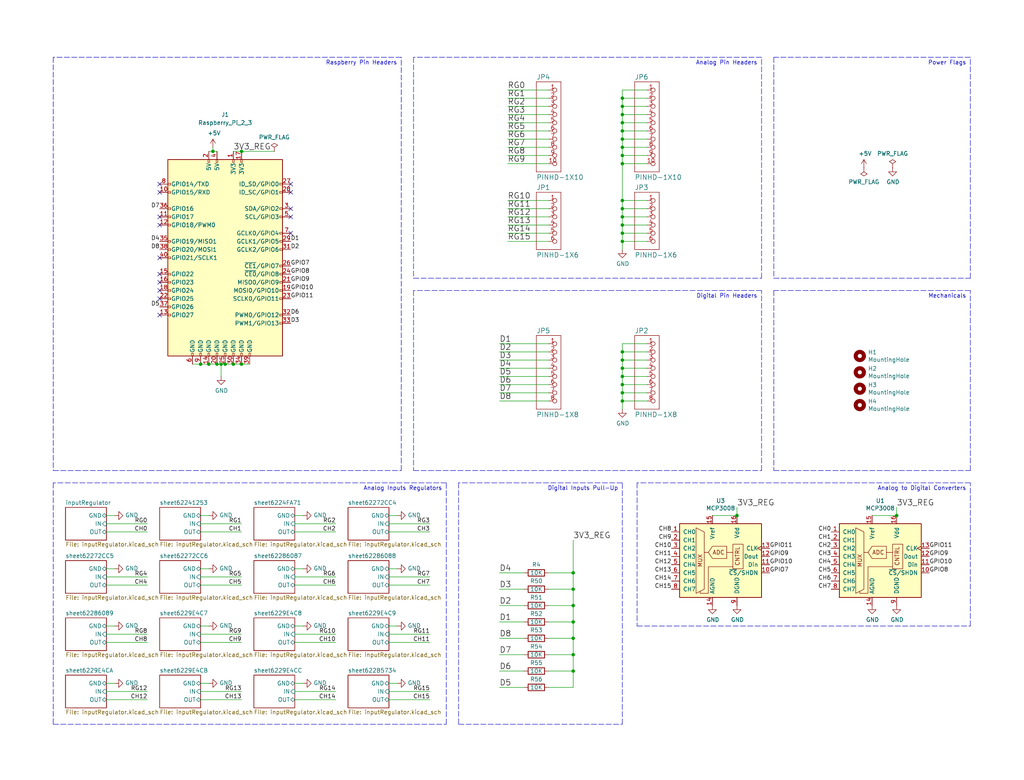
<source format=kicad_sch>
(kicad_sch (version 20230121) (generator eeschema)
  (paper "User" 317.627 242.138)
  (lib_symbols
    (symbol "Modular Shield:MCP3008" (pin_names (offset 1.016))
      (property "Reference" "U1" (at 0 17.2974 0))
      (property "Value" "MCP3008" (at 0 14.986 0))
      (symbol "MCP3008_0_0"
        (text "ADC" (at -0.635 1.27 0) (effects (font (size 1.27 1.27))))
        (text "CNTRL" (at 5.969 -2.921 900) (effects (font (size 1.27 1.27)) (justify left bottom)))
        (text "MUX" (at -6.35 -1.27 900) (effects (font (size 1.27 1.27))))
      )
      (symbol "MCP3008_0_1"
        (rectangle (start -12.7 10.16) (end 12.7 -12.7) (stroke (width 0.254)) (fill (type background)))
        (polyline (pts (xy -3.81 1.27) (xy -5.08 1.27)))
        (polyline (pts (xy 1.905 1.27) (xy 3.81 1.27)))
        (polyline (pts (xy -7.62 8.89) (xy -7.62 -11.43) (xy -5.08 -10.16) (xy -5.08 7.62) (xy -7.62 8.89)))
        (polyline (pts (xy 3.81 -3.175) (xy -3.81 -3.175) (xy -3.81 -11.43) (xy -6.35 -11.43) (xy -6.35 -10.795)))
        (polyline (pts (xy 1.905 3.175) (xy 1.905 -0.635) (xy -2.54 -0.635) (xy -3.81 1.27) (xy -2.54 3.175) (xy 1.905 3.175)))
        (rectangle (start 3.81 -3.81) (end 6.985 3.81))
      )
      (symbol "MCP3008_1_1"
        (pin input line (at -15.24 7.62 0) (length 2.54) (name "CH0") (number "1"))
        (pin input line (at 15.24 -5.08 180) (length 2.54) (name "~{CS}/SHDN") (number "10"))
        (pin input line (at 15.24 -2.54 180) (length 2.54) (name "Din") (number "11"))
        (pin bidirectional line (at 15.24 0 180) (length 2.54) (name "Dout") (number "12"))
        (pin input clock (at 15.24 2.54 180) (length 2.54) (name "CLK") (number "13"))
        (pin power_in line (at -2.54 -15.24 90) (length 2.54) (name "AGND") (number "14"))
        (pin power_in line (at -2.54 12.7 270) (length 2.54) (name "Vref") (number "15"))
        (pin power_in line (at 5.08 12.7 270) (length 2.54) (name "Vdd") (number "16"))
        (pin input line (at -15.24 5.08 0) (length 2.54) (name "CH1") (number "2"))
        (pin input line (at -15.24 2.54 0) (length 2.54) (name "CH2") (number "3"))
        (pin input line (at -15.24 0 0) (length 2.54) (name "CH3") (number "4"))
        (pin input line (at -15.24 -2.54 0) (length 2.54) (name "CH4") (number "5"))
        (pin input line (at -15.24 -5.08 0) (length 2.54) (name "CH5") (number "6"))
        (pin input line (at -15.24 -7.62 0) (length 2.54) (name "CH6") (number "7"))
        (pin input line (at -15.24 -10.16 0) (length 2.54) (name "CH7") (number "8"))
        (pin power_in line (at 5.08 -15.24 90) (length 2.54) (name "DGND") (number "9"))
      )
    )
    (symbol "Modular Shield:MountingHole" (pin_names (offset 1.016)) (in_bom no)
      (property "Reference" "H" (at 0 5.08 0))
      (property "Value" "MountingHole" (at 0 3.175 0))
      (symbol "MountingHole_0_1"
        (circle (center 0 0) (radius 1.27) (stroke (width 1.27)))
      )
    )
    (symbol "Modular Shield:PINHD-1X10" (pin_names (offset 1.016))
      (property "Reference" "JP" (at -6.35 13.335 0))
      (property "Value" "PINHD-1X10" (at -6.35 -17.78 0))
      (symbol "PINHD-1X10_1_0"
        (polyline (pts (xy -6.35 -15.24) (xy 1.27 -15.24)))
        (polyline (pts (xy -6.35 12.7) (xy -6.35 -15.24)))
        (polyline (pts (xy 1.27 -15.24) (xy 1.27 12.7)))
        (polyline (pts (xy 1.27 12.7) (xy -6.35 12.7)))
        (pin passive inverted (at -2.54 10.16 0) (length 2.54) (name "1") (number "1"))
        (pin passive inverted (at -2.54 -12.7 0) (length 2.54) (name "10") (number "10"))
        (pin passive inverted (at -2.54 7.62 0) (length 2.54) (name "2") (number "2"))
        (pin passive inverted (at -2.54 5.08 0) (length 2.54) (name "3") (number "3"))
        (pin passive inverted (at -2.54 2.54 0) (length 2.54) (name "4") (number "4"))
        (pin passive inverted (at -2.54 0 0) (length 2.54) (name "5") (number "5"))
        (pin passive inverted (at -2.54 -2.54 0) (length 2.54) (name "6") (number "6"))
        (pin passive inverted (at -2.54 -5.08 0) (length 2.54) (name "7") (number "7"))
        (pin passive inverted (at -2.54 -7.62 0) (length 2.54) (name "8") (number "8"))
        (pin passive inverted (at -2.54 -10.16 0) (length 2.54) (name "9") (number "9"))
      )
    )
    (symbol "Modular Shield:PINHD-1X6" (pin_names (offset 1.016))
      (property "Reference" "JP" (at -6.35 10.795 0))
      (property "Value" "PINHD-1X6" (at -6.35 -10.16 0))
      (symbol "PINHD-1X6_1_0"
        (polyline (pts (xy -6.35 -7.62) (xy 1.27 -7.62)))
        (polyline (pts (xy -6.35 10.16) (xy -6.35 -7.62)))
        (polyline (pts (xy 1.27 -7.62) (xy 1.27 10.16)))
        (polyline (pts (xy 1.27 10.16) (xy -6.35 10.16)))
        (pin passive inverted (at -2.54 7.62 0) (length 2.54) (name "1") (number "1"))
        (pin passive inverted (at -2.54 5.08 0) (length 2.54) (name "2") (number "2"))
        (pin passive inverted (at -2.54 2.54 0) (length 2.54) (name "3") (number "3"))
        (pin passive inverted (at -2.54 0 0) (length 2.54) (name "4") (number "4"))
        (pin passive inverted (at -2.54 -2.54 0) (length 2.54) (name "5") (number "5"))
        (pin passive inverted (at -2.54 -5.08 0) (length 2.54) (name "6") (number "6"))
      )
    )
    (symbol "Modular Shield:PINHD-1X8" (pin_names (offset 1.016))
      (property "Reference" "JP" (at -6.35 10.795 0))
      (property "Value" "PINHD-1X8" (at -6.35 -15.24 0))
      (symbol "PINHD-1X8_1_0"
        (polyline (pts (xy -6.35 -12.7) (xy 1.27 -12.7)))
        (polyline (pts (xy -6.35 10.16) (xy -6.35 -12.7)))
        (polyline (pts (xy 1.27 -12.7) (xy 1.27 10.16)))
        (polyline (pts (xy 1.27 10.16) (xy -6.35 10.16)))
        (pin passive inverted (at -2.54 7.62 0) (length 2.54) (name "1") (number "1"))
        (pin passive inverted (at -2.54 5.08 0) (length 2.54) (name "2") (number "2"))
        (pin passive inverted (at -2.54 2.54 0) (length 2.54) (name "3") (number "3"))
        (pin passive inverted (at -2.54 0 0) (length 2.54) (name "4") (number "4"))
        (pin passive inverted (at -2.54 -2.54 0) (length 2.54) (name "5") (number "5"))
        (pin passive inverted (at -2.54 -5.08 0) (length 2.54) (name "6") (number "6"))
        (pin passive inverted (at -2.54 -7.62 0) (length 2.54) (name "7") (number "7"))
        (pin passive inverted (at -2.54 -10.16 0) (length 2.54) (name "8") (number "8"))
      )
    )
    (symbol "Modular Shield:R" (pin_numbers hide) (pin_names (offset 0))
      (property "Reference" "R" (at 2.032 0 90))
      (property "Value" "R" (at 0 0 90))
      (symbol "R_0_1"
        (rectangle (start -1.016 -2.54) (end 1.016 2.54) (stroke (width 0.254)))
      )
      (symbol "R_1_1"
        (pin passive line (at 0 3.81 270) (length 1.27) (name "~") (number "1"))
        (pin passive line (at 0 -3.81 90) (length 1.27) (name "~") (number "2"))
      )
    )
    (symbol "Modular Shield:Raspberry_Pi_Header" (pin_names (offset 1.016))
      (property "Reference" "J" (at -17.78 31.75 0))
      (property "Value" "Raspberry_Pi_Header" (at 10.16 -31.75 0))
      (symbol "Raspberry_Pi_Header_0_1"
        (rectangle (start -17.78 30.48) (end 17.78 -30.48) (stroke (width 0.254)) (fill (type background)))
      )
      (symbol "Raspberry_Pi_Header_1_1"
        (rectangle (start -16.891 -17.526) (end -17.78 -18.034))
        (rectangle (start -16.891 -14.986) (end -17.78 -15.494))
        (rectangle (start -16.891 -12.446) (end -17.78 -12.954))
        (rectangle (start -16.891 -9.906) (end -17.78 -10.414))
        (rectangle (start -16.891 -7.366) (end -17.78 -7.874))
        (rectangle (start -16.891 -4.826) (end -17.78 -5.334))
        (rectangle (start -16.891 0.254) (end -17.78 -0.254))
        (rectangle (start -16.891 2.794) (end -17.78 2.286))
        (rectangle (start -16.891 5.334) (end -17.78 4.826))
        (rectangle (start -16.891 10.414) (end -17.78 9.906))
        (rectangle (start -16.891 12.954) (end -17.78 12.446))
        (rectangle (start -16.891 15.494) (end -17.78 14.986))
        (rectangle (start -16.891 20.574) (end -17.78 20.066))
        (rectangle (start -16.891 23.114) (end -17.78 22.606))
        (rectangle (start -10.414 -29.591) (end -9.906 -30.48))
        (rectangle (start -7.874 -29.591) (end -7.366 -30.48))
        (rectangle (start -5.334 -29.591) (end -4.826 -30.48))
        (rectangle (start -5.334 30.48) (end -4.826 29.591))
        (rectangle (start -2.794 -29.591) (end -2.286 -30.48))
        (rectangle (start -2.794 30.48) (end -2.286 29.591))
        (rectangle (start -0.254 -29.591) (end 0.254 -30.48))
        (rectangle (start 2.286 -29.591) (end 2.794 -30.48))
        (rectangle (start 2.286 30.48) (end 2.794 29.591))
        (rectangle (start 4.826 -29.591) (end 5.334 -30.48))
        (rectangle (start 4.826 30.48) (end 5.334 29.591))
        (rectangle (start 7.366 -29.591) (end 7.874 -30.48))
        (rectangle (start 17.78 -20.066) (end 16.891 -20.574))
        (rectangle (start 17.78 -17.526) (end 16.891 -18.034))
        (rectangle (start 17.78 -12.446) (end 16.891 -12.954))
        (rectangle (start 17.78 -9.906) (end 16.891 -10.414))
        (rectangle (start 17.78 -7.366) (end 16.891 -7.874))
        (rectangle (start 17.78 -4.826) (end 16.891 -5.334))
        (rectangle (start 17.78 -2.286) (end 16.891 -2.794))
        (rectangle (start 17.78 2.794) (end 16.891 2.286))
        (rectangle (start 17.78 5.334) (end 16.891 4.826))
        (rectangle (start 17.78 7.874) (end 16.891 7.366))
        (rectangle (start 17.78 12.954) (end 16.891 12.446))
        (rectangle (start 17.78 15.494) (end 16.891 14.986))
        (rectangle (start 17.78 20.574) (end 16.891 20.066))
        (rectangle (start 17.78 23.114) (end 16.891 22.606))
        (pin power_in line (at 2.54 33.02 270) (length 2.54) (name "3V3") (number "1"))
        (pin bidirectional line (at -20.32 20.32 0) (length 2.54) (name "GPIO15/RXD") (number "10"))
        (pin bidirectional line (at -20.32 12.7 0) (length 2.54) (name "GPIO17") (number "11"))
        (pin bidirectional line (at -20.32 10.16 0) (length 2.54) (name "GPIO18/PWM0") (number "12"))
        (pin bidirectional line (at -20.32 -17.78 0) (length 2.54) (name "GPIO27") (number "13"))
        (pin power_in line (at -5.08 -33.02 90) (length 2.54) (name "GND") (number "14"))
        (pin bidirectional line (at -20.32 -5.08 0) (length 2.54) (name "GPIO22") (number "15"))
        (pin bidirectional line (at -20.32 -7.62 0) (length 2.54) (name "GPIO23") (number "16"))
        (pin power_in line (at 5.08 33.02 270) (length 2.54) (name "3V3") (number "17"))
        (pin bidirectional line (at -20.32 -10.16 0) (length 2.54) (name "GPIO24") (number "18"))
        (pin bidirectional line (at 20.32 -10.16 180) (length 2.54) (name "MOSI0/GPIO10") (number "19"))
        (pin power_in line (at -5.08 33.02 270) (length 2.54) (name "5V") (number "2"))
        (pin power_in line (at -2.54 -33.02 90) (length 2.54) (name "GND") (number "20"))
        (pin bidirectional line (at 20.32 -7.62 180) (length 2.54) (name "MISO0/GPIO9") (number "21"))
        (pin bidirectional line (at -20.32 -12.7 0) (length 2.54) (name "GPIO25") (number "22"))
        (pin bidirectional line (at 20.32 -12.7 180) (length 2.54) (name "SCLK0/GPIO11") (number "23"))
        (pin bidirectional line (at 20.32 -5.08 180) (length 2.54) (name "~{CE0}/GPIO8") (number "24"))
        (pin power_in line (at 0 -33.02 90) (length 2.54) (name "GND") (number "25"))
        (pin bidirectional line (at 20.32 -2.54 180) (length 2.54) (name "~{CE1}/GPIO7") (number "26"))
        (pin bidirectional line (at 20.32 22.86 180) (length 2.54) (name "ID_SD/GPIO0") (number "27"))
        (pin bidirectional line (at 20.32 20.32 180) (length 2.54) (name "ID_SC/GPIO1") (number "28"))
        (pin bidirectional line (at 20.32 5.08 180) (length 2.54) (name "GCLK1/GPIO5") (number "29"))
        (pin bidirectional line (at 20.32 15.24 180) (length 2.54) (name "SDA/GPIO2") (number "3"))
        (pin power_in line (at 2.54 -33.02 90) (length 2.54) (name "GND") (number "30"))
        (pin bidirectional line (at 20.32 2.54 180) (length 2.54) (name "GCLK2/GPIO6") (number "31"))
        (pin bidirectional line (at 20.32 -17.78 180) (length 2.54) (name "PWM0/GPIO12") (number "32"))
        (pin bidirectional line (at 20.32 -20.32 180) (length 2.54) (name "PWM1/GPIO13") (number "33"))
        (pin power_in line (at 5.08 -33.02 90) (length 2.54) (name "GND") (number "34"))
        (pin bidirectional line (at -20.32 5.08 0) (length 2.54) (name "GPIO19/MISO1") (number "35"))
        (pin bidirectional line (at -20.32 15.24 0) (length 2.54) (name "GPIO16") (number "36"))
        (pin bidirectional line (at -20.32 -15.24 0) (length 2.54) (name "GPIO26") (number "37"))
        (pin bidirectional line (at -20.32 2.54 0) (length 2.54) (name "GPIO20/MOSI1") (number "38"))
        (pin power_in line (at 7.62 -33.02 90) (length 2.54) (name "GND") (number "39"))
        (pin power_in line (at -2.54 33.02 270) (length 2.54) (name "5V") (number "4"))
        (pin bidirectional line (at -20.32 0 0) (length 2.54) (name "GPIO21/SCLK1") (number "40"))
        (pin bidirectional line (at 20.32 12.7 180) (length 2.54) (name "SCL/GPIO3") (number "5"))
        (pin power_in line (at -10.16 -33.02 90) (length 2.54) (name "GND") (number "6"))
        (pin bidirectional line (at 20.32 7.62 180) (length 2.54) (name "GCLK0/GPIO4") (number "7"))
        (pin bidirectional line (at -20.32 22.86 0) (length 2.54) (name "GPIO14/TXD") (number "8"))
        (pin power_in line (at -7.62 -33.02 90) (length 2.54) (name "GND") (number "9"))
      )
    )
    (symbol "power:+5V" (power) (pin_names (offset 0))
      (property "Value" "+5V" (at 0 3.556 0))
      (symbol "+5V_0_1"
        (polyline (pts (xy -0.762 1.27) (xy 0 2.54)))
        (polyline (pts (xy 0 0) (xy 0 2.54)))
        (polyline (pts (xy 0 2.54) (xy 0.762 1.27)))
      )
      (symbol "+5V_1_1"
        (pin power_in line (at 0 0 90) (length 0) hide (name "+5V") (number "1"))
      )
    )
    (symbol "power:GND" (power) (pin_names (offset 0))
      (property "Value" "GND" (at 0 -3.81 0))
      (symbol "GND_0_1"
        (polyline (pts (xy 0 0) (xy 0 -1.27) (xy 1.27 -1.27) (xy 0 -2.54) (xy -1.27 -1.27) (xy 0 -1.27)))
      )
      (symbol "GND_1_1"
        (pin power_in line (at 0 0 270) (length 0) hide (name "GND") (number "1"))
      )
    )
    (symbol "power:PWR_FLAG" (power) (pin_numbers hide) (pin_names (offset 0) hide)
      (property "Value" "PWR_FLAG" (at 0 3.81 0))
      (symbol "PWR_FLAG_0_0"
        (pin power_out line (at 0 0 90) (length 0) (name "pwr") (number "1"))
      )
      (symbol "PWR_FLAG_0_1"
        (polyline (pts (xy 0 0) (xy 0 1.27) (xy -1.016 1.905) (xy 0 2.54) (xy 1.016 1.905) (xy 0 1.27)))
      )
    )
  )
  (junction (at 69.85 113.03))
  (junction (at 74.93 46.99))
  (junction (at 62.23 113.03))
  (junction (at 193.04 74.93))
  (junction (at 64.77 113.03))
  (junction (at 193.04 72.39))
  (junction (at 67.31 113.03))
  (junction (at 193.04 35.56))
  (junction (at 193.04 67.31))
  (junction (at 193.04 30.48))
  (junction (at 193.04 69.85))
  (junction (at 193.04 40.64))
  (junction (at 66.04 46.99))
  (junction (at 72.39 113.03))
  (junction (at 177.8 193.04))
  (junction (at 193.04 109.22))
  (junction (at 68.58 113.03))
  (junction (at 74.93 113.03))
  (junction (at 228.6 160.02))
  (junction (at 177.8 177.8))
  (junction (at 193.04 111.76))
  (junction (at 193.04 43.18))
  (junction (at 177.8 187.96))
  (junction (at 177.8 203.2))
  (junction (at 177.8 208.28))
  (junction (at 193.04 38.1))
  (junction (at 193.04 64.77))
  (junction (at 193.04 48.26))
  (junction (at 278.13 160.02))
  (junction (at 177.8 198.12))
  (junction (at 193.04 119.38))
  (junction (at 193.04 121.92))
  (junction (at 193.04 124.46))
  (junction (at 193.04 33.02))
  (junction (at 193.04 45.72))
  (junction (at 193.04 114.3))
  (junction (at 193.04 62.23))
  (junction (at 193.04 50.8))
  (junction (at 177.8 182.88))
  (junction (at 193.04 116.84))
  (no_connect (at 90.17 59.69))
  (no_connect (at 49.53 67.31))
  (no_connect (at 90.17 72.39))
  (no_connect (at 49.53 90.17))
  (no_connect (at 49.53 85.09))
  (no_connect (at 49.53 92.71))
  (no_connect (at 90.17 64.77))
  (no_connect (at 49.53 80.01))
  (no_connect (at 49.53 87.63))
  (no_connect (at 49.53 97.79))
  (no_connect (at 49.53 69.85))
  (no_connect (at 90.17 67.31))
  (no_connect (at 49.53 59.69))
  (no_connect (at 49.53 57.15))
  (no_connect (at 90.17 57.15))
  (wire (pts (xy 170.18 45.72) (xy 157.48 45.72)))
  (wire (pts (xy 67.31 113.03) (xy 64.77 113.03)))
  (wire (pts (xy 170.18 109.22) (xy 154.94 109.22)))
  (wire (pts (xy 200.66 69.85) (xy 193.04 69.85)))
  (polyline (pts (xy 240.03 146.05) (xy 300.99 146.05)) (stroke (width 0) (type dash)))
  (polyline (pts (xy 197.612 194.31) (xy 300.99 194.31)) (stroke (width 0) (type dash)))
  (polyline (pts (xy 128.27 86.36) (xy 236.22 86.36)) (stroke (width 0) (type dash)))
  (wire (pts (xy 193.04 106.68) (xy 193.04 109.22)))
  (wire (pts (xy 200.66 114.3) (xy 193.04 114.3)))
  (wire (pts (xy 91.44 217.17) (xy 104.14 217.17)))
  (wire (pts (xy 66.04 46.99) (xy 67.31 46.99)))
  (wire (pts (xy 193.04 72.39) (xy 193.04 69.85)))
  (wire (pts (xy 162.56 208.28) (xy 154.94 208.28)))
  (wire (pts (xy 162.56 182.88) (xy 154.94 182.88)))
  (wire (pts (xy 200.66 27.94) (xy 193.04 27.94)))
  (wire (pts (xy 193.04 116.84) (xy 193.04 119.38)))
  (polyline (pts (xy 240.03 17.78) (xy 240.03 86.36)) (stroke (width 0) (type dash)))
  (wire (pts (xy 193.04 67.31) (xy 193.04 64.77)))
  (wire (pts (xy 193.04 43.18) (xy 193.04 40.64)))
  (wire (pts (xy 177.8 198.12) (xy 177.8 203.2)))
  (wire (pts (xy 170.18 35.56) (xy 157.48 35.56)))
  (wire (pts (xy 120.65 165.1) (xy 133.35 165.1)))
  (wire (pts (xy 170.18 69.85) (xy 157.48 69.85)))
  (wire (pts (xy 170.18 38.1) (xy 157.48 38.1)))
  (wire (pts (xy 120.65 217.17) (xy 133.35 217.17)))
  (polyline (pts (xy 124.46 146.05) (xy 124.46 17.78)) (stroke (width 0) (type dash)))
  (wire (pts (xy 177.8 182.88) (xy 177.8 187.96)))
  (polyline (pts (xy 197.612 149.86) (xy 197.612 194.31)) (stroke (width 0) (type dash)))
  (wire (pts (xy 200.66 30.48) (xy 193.04 30.48)))
  (wire (pts (xy 33.02 162.56) (xy 45.72 162.56)))
  (wire (pts (xy 162.56 177.8) (xy 154.94 177.8)))
  (polyline (pts (xy 300.99 149.86) (xy 197.612 149.86)) (stroke (width 0) (type dash)))
  (wire (pts (xy 200.66 45.72) (xy 193.04 45.72)))
  (wire (pts (xy 170.18 203.2) (xy 177.8 203.2)))
  (wire (pts (xy 93.98 176.53) (xy 91.44 176.53)))
  (polyline (pts (xy 236.22 90.17) (xy 128.27 90.17)) (stroke (width 0) (type dash)))
  (polyline (pts (xy 128.27 17.78) (xy 128.27 86.36)) (stroke (width 0) (type dash)))
  (wire (pts (xy 120.65 179.07) (xy 133.35 179.07)))
  (wire (pts (xy 33.02 199.39) (xy 45.72 199.39)))
  (wire (pts (xy 64.77 160.02) (xy 62.23 160.02)))
  (wire (pts (xy 72.39 113.03) (xy 69.85 113.03)))
  (wire (pts (xy 62.23 196.85) (xy 74.93 196.85)))
  (wire (pts (xy 72.39 46.99) (xy 74.93 46.99)))
  (wire (pts (xy 193.04 124.46) (xy 193.04 127)))
  (polyline (pts (xy 16.51 149.86) (xy 16.51 224.79)) (stroke (width 0) (type dash)))
  (wire (pts (xy 123.19 212.09) (xy 120.65 212.09)))
  (polyline (pts (xy 16.51 17.78) (xy 16.51 146.05)) (stroke (width 0) (type dash)))
  (wire (pts (xy 193.04 114.3) (xy 193.04 116.84)))
  (wire (pts (xy 200.66 40.64) (xy 193.04 40.64)))
  (polyline (pts (xy 142.24 149.86) (xy 142.24 224.79)) (stroke (width 0) (type dash)))
  (wire (pts (xy 200.66 50.8) (xy 193.04 50.8)))
  (wire (pts (xy 64.77 212.09) (xy 62.23 212.09)))
  (wire (pts (xy 200.66 74.93) (xy 193.04 74.93)))
  (wire (pts (xy 162.56 203.2) (xy 154.94 203.2)))
  (wire (pts (xy 170.18 177.8) (xy 177.8 177.8)))
  (wire (pts (xy 200.66 38.1) (xy 193.04 38.1)))
  (wire (pts (xy 177.8 203.2) (xy 177.8 208.28)))
  (wire (pts (xy 193.04 74.93) (xy 193.04 72.39)))
  (wire (pts (xy 170.18 114.3) (xy 154.94 114.3)))
  (wire (pts (xy 33.02 181.61) (xy 45.72 181.61)))
  (wire (pts (xy 200.66 64.77) (xy 193.04 64.77)))
  (wire (pts (xy 200.66 116.84) (xy 193.04 116.84)))
  (polyline (pts (xy 138.43 224.79) (xy 138.43 149.86)) (stroke (width 0) (type dash)))
  (wire (pts (xy 64.77 113.03) (xy 62.23 113.03)))
  (wire (pts (xy 170.18 33.02) (xy 157.48 33.02)))
  (wire (pts (xy 120.65 162.56) (xy 133.35 162.56)))
  (wire (pts (xy 193.04 45.72) (xy 193.04 43.18)))
  (wire (pts (xy 123.19 194.31) (xy 120.65 194.31)))
  (wire (pts (xy 170.18 187.96) (xy 177.8 187.96)))
  (wire (pts (xy 170.18 74.93) (xy 157.48 74.93)))
  (wire (pts (xy 278.13 160.02) (xy 278.13 157.48)))
  (wire (pts (xy 193.04 69.85) (xy 193.04 67.31)))
  (polyline (pts (xy 300.99 146.05) (xy 300.99 90.17)) (stroke (width 0) (type dash)))
  (wire (pts (xy 91.44 181.61) (xy 104.14 181.61)))
  (wire (pts (xy 193.04 35.56) (xy 193.04 33.02)))
  (polyline (pts (xy 193.04 224.79) (xy 193.04 149.86)) (stroke (width 0) (type dash)))
  (wire (pts (xy 170.18 121.92) (xy 154.94 121.92)))
  (polyline (pts (xy 300.99 86.36) (xy 300.99 17.78)) (stroke (width 0) (type dash)))
  (wire (pts (xy 193.04 64.77) (xy 193.04 62.23)))
  (polyline (pts (xy 193.04 149.86) (xy 142.24 149.86)) (stroke (width 0) (type dash)))
  (wire (pts (xy 69.85 113.03) (xy 68.58 113.03)))
  (wire (pts (xy 193.04 50.8) (xy 193.04 62.23)))
  (wire (pts (xy 170.18 208.28) (xy 177.8 208.28)))
  (polyline (pts (xy 300.99 90.17) (xy 240.03 90.17)) (stroke (width 0) (type dash)))
  (wire (pts (xy 177.8 208.28) (xy 177.8 213.36)))
  (polyline (pts (xy 236.22 146.05) (xy 236.22 90.17)) (stroke (width 0) (type dash)))
  (polyline (pts (xy 138.43 149.86) (xy 16.51 149.86)) (stroke (width 0) (type dash)))
  (polyline (pts (xy 16.51 146.05) (xy 124.46 146.05)) (stroke (width 0) (type dash)))
  (wire (pts (xy 62.23 181.61) (xy 74.93 181.61)))
  (polyline (pts (xy 16.51 224.79) (xy 138.43 224.79)) (stroke (width 0) (type dash)))
  (wire (pts (xy 170.18 43.18) (xy 157.48 43.18)))
  (wire (pts (xy 170.18 198.12) (xy 177.8 198.12)))
  (wire (pts (xy 177.8 187.96) (xy 177.8 193.04)))
  (wire (pts (xy 33.02 214.63) (xy 45.72 214.63)))
  (wire (pts (xy 200.66 35.56) (xy 193.04 35.56)))
  (wire (pts (xy 93.98 160.02) (xy 91.44 160.02)))
  (wire (pts (xy 170.18 106.68) (xy 154.94 106.68)))
  (wire (pts (xy 35.56 194.31) (xy 33.02 194.31)))
  (wire (pts (xy 62.23 179.07) (xy 74.93 179.07)))
  (wire (pts (xy 193.04 30.48) (xy 193.04 27.94)))
  (wire (pts (xy 35.56 160.02) (xy 33.02 160.02)))
  (wire (pts (xy 170.18 116.84) (xy 154.94 116.84)))
  (wire (pts (xy 123.19 176.53) (xy 120.65 176.53)))
  (wire (pts (xy 162.56 213.36) (xy 154.94 213.36)))
  (wire (pts (xy 193.04 33.02) (xy 193.04 30.48)))
  (wire (pts (xy 66.04 45.72) (xy 66.04 46.99)))
  (wire (pts (xy 170.18 64.77) (xy 157.48 64.77)))
  (wire (pts (xy 170.18 48.26) (xy 157.48 48.26)))
  (wire (pts (xy 200.66 124.46) (xy 193.04 124.46)))
  (wire (pts (xy 170.18 124.46) (xy 154.94 124.46)))
  (wire (pts (xy 200.66 33.02) (xy 193.04 33.02)))
  (wire (pts (xy 170.18 72.39) (xy 157.48 72.39)))
  (wire (pts (xy 162.56 193.04) (xy 154.94 193.04)))
  (polyline (pts (xy 128.27 146.05) (xy 236.22 146.05)) (stroke (width 0) (type dash)))
  (wire (pts (xy 170.18 182.88) (xy 177.8 182.88)))
  (wire (pts (xy 162.56 187.96) (xy 154.94 187.96)))
  (wire (pts (xy 177.8 177.8) (xy 177.8 167.64)))
  (wire (pts (xy 93.98 212.09) (xy 91.44 212.09)))
  (wire (pts (xy 91.44 214.63) (xy 104.14 214.63)))
  (wire (pts (xy 193.04 121.92) (xy 193.04 124.46)))
  (wire (pts (xy 62.23 217.17) (xy 74.93 217.17)))
  (wire (pts (xy 123.19 160.02) (xy 120.65 160.02)))
  (wire (pts (xy 193.04 38.1) (xy 193.04 35.56)))
  (wire (pts (xy 170.18 27.94) (xy 157.48 27.94)))
  (wire (pts (xy 177.8 213.36) (xy 170.18 213.36)))
  (polyline (pts (xy 240.03 90.17) (xy 240.03 146.05)) (stroke (width 0) (type dash)))
  (wire (pts (xy 170.18 50.8) (xy 157.48 50.8)))
  (wire (pts (xy 33.02 179.07) (xy 45.72 179.07)))
  (wire (pts (xy 74.93 113.03) (xy 72.39 113.03)))
  (wire (pts (xy 91.44 162.56) (xy 104.14 162.56)))
  (wire (pts (xy 200.66 121.92) (xy 193.04 121.92)))
  (wire (pts (xy 270.51 160.02) (xy 278.13 160.02)))
  (wire (pts (xy 200.66 119.38) (xy 193.04 119.38)))
  (wire (pts (xy 91.44 179.07) (xy 104.14 179.07)))
  (wire (pts (xy 170.18 193.04) (xy 177.8 193.04)))
  (polyline (pts (xy 124.46 17.78) (xy 16.51 17.78)) (stroke (width 0) (type dash)))
  (wire (pts (xy 35.56 176.53) (xy 33.02 176.53)))
  (wire (pts (xy 68.58 113.03) (xy 67.31 113.03)))
  (wire (pts (xy 170.18 119.38) (xy 154.94 119.38)))
  (wire (pts (xy 91.44 196.85) (xy 104.14 196.85)))
  (wire (pts (xy 220.98 160.02) (xy 228.6 160.02)))
  (wire (pts (xy 193.04 48.26) (xy 193.04 45.72)))
  (polyline (pts (xy 300.99 17.78) (xy 240.03 17.78)) (stroke (width 0) (type dash)))
  (wire (pts (xy 177.8 193.04) (xy 177.8 198.12)))
  (wire (pts (xy 91.44 165.1) (xy 104.14 165.1)))
  (polyline (pts (xy 236.22 86.36) (xy 236.22 17.78)) (stroke (width 0) (type dash)))
  (wire (pts (xy 68.58 116.84) (xy 68.58 113.03)))
  (wire (pts (xy 35.56 212.09) (xy 33.02 212.09)))
  (wire (pts (xy 64.77 194.31) (xy 62.23 194.31)))
  (wire (pts (xy 193.04 74.93) (xy 193.04 77.47)))
  (wire (pts (xy 193.04 111.76) (xy 193.04 114.3)))
  (wire (pts (xy 62.23 214.63) (xy 74.93 214.63)))
  (wire (pts (xy 177.8 177.8) (xy 177.8 182.88)))
  (wire (pts (xy 62.23 162.56) (xy 74.93 162.56)))
  (wire (pts (xy 170.18 67.31) (xy 157.48 67.31)))
  (wire (pts (xy 200.66 67.31) (xy 193.04 67.31)))
  (wire (pts (xy 120.65 196.85) (xy 133.35 196.85)))
  (wire (pts (xy 170.18 62.23) (xy 157.48 62.23)))
  (wire (pts (xy 62.23 199.39) (xy 74.93 199.39)))
  (wire (pts (xy 200.66 72.39) (xy 193.04 72.39)))
  (wire (pts (xy 193.04 119.38) (xy 193.04 121.92)))
  (wire (pts (xy 64.77 176.53) (xy 62.23 176.53)))
  (wire (pts (xy 93.98 194.31) (xy 91.44 194.31)))
  (wire (pts (xy 62.23 113.03) (xy 59.69 113.03)))
  (wire (pts (xy 62.23 165.1) (xy 74.93 165.1)))
  (wire (pts (xy 200.66 62.23) (xy 193.04 62.23)))
  (wire (pts (xy 77.47 113.03) (xy 74.93 113.03)))
  (wire (pts (xy 120.65 181.61) (xy 133.35 181.61)))
  (wire (pts (xy 200.66 111.76) (xy 193.04 111.76)))
  (wire (pts (xy 33.02 217.17) (xy 45.72 217.17)))
  (wire (pts (xy 200.66 48.26) (xy 193.04 48.26)))
  (wire (pts (xy 170.18 40.64) (xy 157.48 40.64)))
  (wire (pts (xy 33.02 165.1) (xy 45.72 165.1)))
  (wire (pts (xy 120.65 199.39) (xy 133.35 199.39)))
  (polyline (pts (xy 142.24 224.79) (xy 193.04 224.79)) (stroke (width 0) (type dash)))
  (polyline (pts (xy 236.22 17.78) (xy 128.27 17.78)) (stroke (width 0) (type dash)))
  (wire (pts (xy 200.66 109.22) (xy 193.04 109.22)))
  (wire (pts (xy 91.44 199.39) (xy 104.14 199.39)))
  (wire (pts (xy 200.66 106.68) (xy 193.04 106.68)))
  (wire (pts (xy 228.6 160.02) (xy 228.6 157.48)))
  (polyline (pts (xy 240.03 86.36) (xy 300.99 86.36)) (stroke (width 0) (type dash)))
  (wire (pts (xy 74.93 46.99) (xy 85.09 46.99)))
  (wire (pts (xy 170.18 111.76) (xy 154.94 111.76)))
  (wire (pts (xy 64.77 46.99) (xy 66.04 46.99)))
  (wire (pts (xy 193.04 109.22) (xy 193.04 111.76)))
  (wire (pts (xy 170.18 30.48) (xy 157.48 30.48)))
  (wire (pts (xy 120.65 214.63) (xy 133.35 214.63)))
  (polyline (pts (xy 300.99 194.31) (xy 300.99 149.86)) (stroke (width 0) (type dash)))
  (wire (pts (xy 33.02 196.85) (xy 45.72 196.85)))
  (wire (pts (xy 162.56 198.12) (xy 154.94 198.12)))
  (wire (pts (xy 200.66 43.18) (xy 193.04 43.18)))
  (polyline (pts (xy 128.27 90.17) (xy 128.27 146.05)) (stroke (width 0) (type dash)))
  (wire (pts (xy 193.04 50.8) (xy 193.04 48.26)))
  (wire (pts (xy 193.04 40.64) (xy 193.04 38.1)))
  (text "Digital Inputs Pull-Up" (at 191.77 152.4 0) (effects (font (size 1.27 1.27)) (justify right bottom)))
  (text "Raspberry Pin Headers" (at 123.19 20.32 0) (effects (font (size 1.27 1.27)) (justify right bottom)))
  (text "Mechanicals" (at 299.72 92.71 0) (effects (font (size 1.27 1.27)) (justify right bottom)))
  (text "Analog Inputs Regulators" (at 137.16 152.4 0) (effects (font (size 1.27 1.27)) (justify right bottom)))
  (text "Digital Pin Headers" (at 234.95 92.71 0) (effects (font (size 1.27 1.27)) (justify right bottom)))
  (text "Analog Pin Headers" (at 234.95 20.32 0) (effects (font (size 1.27 1.27)) (justify right bottom)))
  (text "Analog to Digital Converters" (at 299.72 152.4 0) (effects (font (size 1.27 1.27)) (justify right bottom)))
  (text "Power Flags" (at 299.72 20.32 0) (effects (font (size 1.27 1.27)) (justify right bottom)))
  (label "D2" (at 154.94 109.22 0) (effects (font (size 1.778 1.778))))
  (label "CH12" (at 208.28 175.26 180))
  (label "RG11" (at 157.48 64.77 0) (effects (font (size 1.778 1.778))))
  (label "D6" (at 154.94 208.28 0) (effects (font (size 1.778 1.778))))
  (label "RG14" (at 157.48 72.39 0) (effects (font (size 1.778 1.778))))
  (label "CH15" (at 208.28 182.88 180))
  (label "RG10" (at 157.48 62.23 0) (effects (font (size 1.778 1.778))))
  (label "CH14" (at 208.28 180.34 180))
  (label "GPIO7" (at 238.76 177.8 0))
  (label "GPIO8" (at 90.17 85.09 0))
  (label "3V3_REG" (at 228.6 157.48 0) (effects (font (size 1.778 1.778))))
  (label "RG4" (at 157.48 38.1 0) (effects (font (size 1.778 1.778))))
  (label "CH9" (at 74.93 199.39 180))
  (label "D4" (at 49.53 74.93 180))
  (label "RG6" (at 104.14 179.07 180))
  (label "RG0" (at 157.48 27.94 0) (effects (font (size 1.778 1.778))))
  (label "CH13" (at 74.93 217.17 180))
  (label "D4" (at 154.94 114.3 0) (effects (font (size 1.778 1.778))))
  (label "D7" (at 49.53 64.77 180))
  (label "GPIO11" (at 90.17 92.71 0))
  (label "RG11" (at 133.35 196.85 180))
  (label "RG5" (at 157.48 40.64 0) (effects (font (size 1.778 1.778))))
  (label "GPIO9" (at 238.76 172.72 0))
  (label "GPIO11" (at 238.76 170.18 0))
  (label "CH7" (at 257.81 182.88 180))
  (label "RG9" (at 74.93 196.85 180))
  (label "CH0" (at 45.72 165.1 180))
  (label "RG3" (at 133.35 162.56 180))
  (label "GPIO11" (at 288.29 170.18 0))
  (label "RG15" (at 157.48 74.93 0) (effects (font (size 1.778 1.778))))
  (label "CH10" (at 208.28 170.18 180))
  (label "GPIO9" (at 90.17 87.63 0))
  (label "CH1" (at 74.93 165.1 180))
  (label "CH2" (at 104.14 165.1 180))
  (label "RG8" (at 45.72 196.85 180))
  (label "D3" (at 154.94 111.76 0) (effects (font (size 1.778 1.778))))
  (label "D1" (at 154.94 193.04 0) (effects (font (size 1.778 1.778))))
  (label "CH4" (at 45.72 181.61 180))
  (label "D2" (at 154.94 187.96 0) (effects (font (size 1.778 1.778))))
  (label "RG13" (at 74.93 214.63 180))
  (label "CH8" (at 208.28 165.1 180))
  (label "D4" (at 154.94 177.8 0) (effects (font (size 1.778 1.778))))
  (label "RG7" (at 133.35 179.07 180))
  (label "D8" (at 49.53 77.47 180))
  (label "D3" (at 154.94 182.88 0) (effects (font (size 1.778 1.778))))
  (label "D5" (at 49.53 95.25 180))
  (label "CH5" (at 257.81 177.8 180))
  (label "RG6" (at 157.48 43.18 0) (effects (font (size 1.778 1.778))))
  (label "CH15" (at 133.35 217.17 180))
  (label "GPIO8" (at 288.29 177.8 0))
  (label "RG1" (at 157.48 30.48 0) (effects (font (size 1.778 1.778))))
  (label "RG2" (at 157.48 33.02 0) (effects (font (size 1.778 1.778))))
  (label "RG15" (at 133.35 214.63 180))
  (label "D5" (at 154.94 116.84 0) (effects (font (size 1.778 1.778))))
  (label "CH12" (at 45.72 217.17 180))
  (label "D8" (at 154.94 198.12 0) (effects (font (size 1.778 1.778))))
  (label "D8" (at 154.94 124.46 0) (effects (font (size 1.778 1.778))))
  (label "RG1" (at 74.93 162.56 180))
  (label "CH3" (at 133.35 165.1 180))
  (label "D1" (at 90.17 74.93 0))
  (label "RG10" (at 104.14 196.85 180))
  (label "D3" (at 90.17 100.33 0))
  (label "CH10" (at 104.14 199.39 180))
  (label "CH6" (at 104.14 181.61 180))
  (label "RG14" (at 104.14 214.63 180))
  (label "3V3_REG" (at 72.39 46.99 0) (effects (font (size 1.778 1.778))))
  (label "GPIO10" (at 238.76 175.26 0))
  (label "CH7" (at 133.35 181.61 180))
  (label "CH3" (at 257.81 172.72 180))
  (label "GPIO10" (at 90.17 90.17 0))
  (label "RG12" (at 45.72 214.63 180))
  (label "CH1" (at 257.81 167.64 180))
  (label "RG2" (at 104.14 162.56 180))
  (label "GPIO9" (at 288.29 172.72 0))
  (label "GPIO7" (at 90.17 82.55 0))
  (label "D7" (at 154.94 121.92 0) (effects (font (size 1.778 1.778))))
  (label "RG13" (at 157.48 69.85 0) (effects (font (size 1.778 1.778))))
  (label "RG3" (at 157.48 35.56 0) (effects (font (size 1.778 1.778))))
  (label "CH2" (at 257.81 170.18 180))
  (label "CH13" (at 208.28 177.8 180))
  (label "CH0" (at 257.81 165.1 180))
  (label "CH14" (at 104.14 217.17 180))
  (label "CH11" (at 208.28 172.72 180))
  (label "RG9" (at 157.48 50.8 0) (effects (font (size 1.778 1.778))))
  (label "D7" (at 154.94 203.2 0) (effects (font (size 1.778 1.778))))
  (label "D1" (at 154.94 106.68 0) (effects (font (size 1.778 1.778))))
  (label "RG12" (at 157.48 67.31 0) (effects (font (size 1.778 1.778))))
  (label "CH8" (at 45.72 199.39 180))
  (label "3V3_REG" (at 177.8 167.64 0) (effects (font (size 1.778 1.778))))
  (label "RG4" (at 45.72 179.07 180))
  (label "3V3_REG" (at 278.13 157.48 0) (effects (font (size 1.778 1.778))))
  (label "RG8" (at 157.48 48.26 0) (effects (font (size 1.778 1.778))))
  (label "CH11" (at 133.35 199.39 180))
  (label "D5" (at 154.94 213.36 0) (effects (font (size 1.778 1.778))))
  (label "CH5" (at 74.93 181.61 180))
  (label "CH4" (at 257.81 175.26 180))
  (label "RG7" (at 157.48 45.72 0) (effects (font (size 1.778 1.778))))
  (label "D6" (at 154.94 119.38 0) (effects (font (size 1.778 1.778))))
  (label "D6" (at 90.17 97.79 0))
  (label "D2" (at 90.17 77.47 0))
  (label "GPIO10" (at 288.29 175.26 0))
  (label "RG0" (at 45.72 162.56 180))
  (label "RG5" (at 74.93 179.07 180))
  (label "CH6" (at 257.81 180.34 180))
  (label "CH9" (at 208.28 167.64 180))
  (symbol (lib_id "Modular Shield:PINHD-1X10") (at 172.72 38.1 0) (unit 1) (in_bom no)
    (property "Reference" "JP4" (at 166.37 24.765 0) (effects (font (size 1.4986 1.4986)) (justify left bottom)))
    (property "Value" "PINHD-1X10" (at 166.37 55.88 0) (effects (font (size 1.4986 1.4986)) (justify left bottom)))
    (property "Footprint" "Modular Shield:1X10-BIG" (effects hide))
  )
  (symbol (lib_id "Modular Shield:PINHD-1X6") (at 203.2 69.85 0) (unit 1) (in_bom no)
    (property "Reference" "JP3" (at 196.85 59.055 0) (effects (font (size 1.4986 1.4986)) (justify left bottom)))
    (property "Value" "PINHD-1X6" (at 196.85 80.01 0) (effects (font (size 1.4986 1.4986)) (justify left bottom)))
    (property "Footprint" "Modular Shield:1X06-BIG" (effects hide))
  )
  (symbol (lib_id "Modular Shield:MountingHole") (at 266.7 110.49 0) (unit 1) (in_bom no)
    (property "Reference" "H1" (at 269.24 109.3216 0) (effects (justify left)))
    (property "Value" "MountingHole" (at 269.24 111.633 0) (effects (justify left)))
    (property "Footprint" "Modular Shield:MountingHole_2.7mm_M2.5" (effects hide))
  )
  (symbol (lib_id "Modular Shield:MountingHole") (at 266.7 115.57 0) (unit 1) (in_bom no)
    (property "Reference" "H2" (at 269.24 114.4016 0) (effects (justify left)))
    (property "Value" "MountingHole" (at 269.24 116.713 0) (effects (justify left)))
    (property "Footprint" "Modular Shield:MountingHole_2.7mm_M2.5" (effects hide))
  )
  (symbol (lib_id "Modular Shield:MountingHole") (at 266.7 120.65 0) (unit 1) (in_bom no)
    (property "Reference" "H3" (at 269.24 119.4816 0) (effects (justify left)))
    (property "Value" "MountingHole" (at 269.24 121.793 0) (effects (justify left)))
    (property "Footprint" "Modular Shield:MountingHole_2.7mm_M2.5" (effects hide))
  )
  (symbol (lib_id "Modular Shield:MountingHole") (at 266.7 125.73 0) (unit 1) (in_bom no)
    (property "Reference" "H4" (at 269.24 124.5616 0) (effects (justify left)))
    (property "Value" "MountingHole" (at 269.24 126.873 0) (effects (justify left)))
    (property "Footprint" "Modular Shield:MountingHole_2.7mm_M2.5" (effects hide))
  )
  (symbol (lib_id "Modular Shield:R") (at 166.37 177.8 90) (unit 1)
    (property "Reference" "R4" (at 166.37 175.26 90))
    (property "Value" "10K" (at 166.37 177.8 90))
    (property "Footprint" "Modular Shield:R_0603_1608Metric" (effects hide))
    (property "LCSC" "C25804" (effects hide))
  )
  (symbol (lib_id "Modular Shield:R") (at 166.37 182.88 90) (unit 1)
    (property "Reference" "R50" (at 166.37 180.34 90))
    (property "Value" "10K" (at 166.37 182.88 90))
    (property "Footprint" "Modular Shield:R_0603_1608Metric" (effects hide))
    (property "LCSC" "C25804" (effects hide))
  )
  (symbol (lib_id "Modular Shield:R") (at 166.37 187.96 90) (unit 1)
    (property "Reference" "R51" (at 166.37 185.42 90))
    (property "Value" "10K" (at 166.37 187.96 90))
    (property "Footprint" "Modular Shield:R_0603_1608Metric" (effects hide))
    (property "LCSC" "C25804" (effects hide))
  )
  (symbol (lib_id "Modular Shield:R") (at 166.37 193.04 90) (unit 1)
    (property "Reference" "R52" (at 166.37 190.5 90))
    (property "Value" "10K" (at 166.37 193.04 90))
    (property "Footprint" "Modular Shield:R_0603_1608Metric" (effects hide))
    (property "LCSC" "C25804" (effects hide))
  )
  (symbol (lib_id "Modular Shield:R") (at 166.37 198.12 90) (unit 1)
    (property "Reference" "R53" (at 166.37 195.58 90))
    (property "Value" "10K" (at 166.37 198.12 90))
    (property "Footprint" "Modular Shield:R_0603_1608Metric" (effects hide))
    (property "LCSC" "C25804" (effects hide))
  )
  (symbol (lib_id "Modular Shield:R") (at 166.37 203.2 90) (unit 1)
    (property "Reference" "R54" (at 166.37 200.66 90))
    (property "Value" "10K" (at 166.37 203.2 90))
    (property "Footprint" "Modular Shield:R_0603_1608Metric" (effects hide))
    (property "LCSC" "C25804" (effects hide))
  )
  (symbol (lib_id "Modular Shield:R") (at 166.37 208.28 90) (unit 1)
    (property "Reference" "R55" (at 166.37 205.74 90))
    (property "Value" "10K" (at 166.37 208.28 90))
    (property "Footprint" "Modular Shield:R_0603_1608Metric" (effects hide))
    (property "LCSC" "C25804" (effects hide))
  )
  (symbol (lib_id "Modular Shield:MCP3008") (at 273.05 172.72 0) (unit 1)
    (property "Reference" "U1" (at 273.05 155.4226 0))
    (property "Value" "MCP3008" (at 273.05 157.734 0))
    (property "Footprint" "Modular Shield:MCP3008 SOIC16" (effects hide))
    (property "Datasheet" "http://ww1.microchip.com/downloads/en/DeviceDoc/21295d.pdf" (effects hide))
    (property "LCSC" "C1520159" (effects hide))
    (property "JLCPCB Rotation Offset" "270" (effects hide))
    (property "JLCPCB Position Offset" "0.65, 0" (effects hide))
  )
  (symbol (lib_id "Modular Shield:R") (at 166.37 213.36 90) (unit 1)
    (property "Reference" "R56" (at 166.37 210.82 90))
    (property "Value" "10K" (at 166.37 213.36 90))
    (property "Footprint" "Modular Shield:R_0603_1608Metric" (effects hide))
    (property "LCSC" "C25804" (effects hide))
  )
  (symbol (lib_id "power:GND") (at 278.13 187.96 0) (unit 1)
    (property "Reference" "#PWR0130" (effects hide))
    (property "Value" "GND" (at 278.257 192.3542 0))
  )
  (symbol (lib_id "power:GND") (at 270.51 187.96 0) (unit 1)
    (property "Reference" "#PWR0131" (effects hide))
    (property "Value" "GND" (at 270.637 192.3542 0))
  )
  (symbol (lib_id "power:PWR_FLAG") (at 85.09 46.99 0) (unit 1)
    (property "Reference" "#FLG0103" (effects hide))
    (property "Value" "PWR_FLAG" (at 85.09 42.5958 0))
  )
  (symbol (lib_id "Modular Shield:MCP3008") (at 223.52 172.72 0) (unit 1)
    (property "Reference" "U3" (at 223.52 155.4226 0))
    (property "Value" "MCP3008" (at 223.52 157.734 0))
    (property "Footprint" "Modular Shield:MCP3008 SOIC16" (effects hide))
    (property "Datasheet" "http://ww1.microchip.com/downloads/en/DeviceDoc/21295d.pdf" (effects hide))
    (property "LCSC" "C1520159" (effects hide))
    (property "JLCPCB Rotation Offset" "270" (effects hide))
    (property "JLCPCB Position Offset" "0.65, 0" (effects hide))
  )
  (symbol (lib_id "power:GND") (at 228.6 187.96 0) (unit 1)
    (property "Reference" "#PWR02" (effects hide))
    (property "Value" "GND" (at 228.727 192.3542 0))
  )
  (symbol (lib_id "power:GND") (at 220.98 187.96 0) (unit 1)
    (property "Reference" "#PWR01" (effects hide))
    (property "Value" "GND" (at 221.107 192.3542 0))
  )
  (symbol (lib_id "Modular Shield:Raspberry_Pi_Header") (at 69.85 80.01 0) (unit 1) (in_bom no)
    (property "Reference" "J1" (at 69.85 35.56 0))
    (property "Value" "Raspberry_Pi_2_3" (at 69.85 38.1 0))
    (property "Footprint" "Modular Shield:PIN_20X2" (effects hide))
    (property "Datasheet" "https://www.raspberrypi.org/documentation/hardware/raspberrypi/schematics/rpi_SCH_3bplus_1p0_reduced.pdf" (effects hide))
  )
  (symbol (lib_id "power:GND") (at 68.58 116.84 0) (unit 1)
    (property "Reference" "#PWR04" (effects hide))
    (property "Value" "GND" (at 68.707 121.2342 0))
  )
  (symbol (lib_id "power:GND") (at 35.56 160.02 90) (unit 1)
    (property "Reference" "#PWR0101" (effects hide))
    (property "Value" "GND" (at 38.8112 159.893 90) (effects (justify right)))
  )
  (symbol (lib_id "power:GND") (at 193.04 127 0) (unit 1)
    (property "Reference" "#PWR0109" (effects hide))
    (property "Value" "GND" (at 193.167 131.3942 0))
  )
  (symbol (lib_id "power:GND") (at 193.04 77.47 0) (unit 1)
    (property "Reference" "#PWR0110" (effects hide))
    (property "Value" "GND" (at 193.167 81.8642 0))
  )
  (symbol (lib_id "power:GND") (at 276.86 52.07 0) (unit 1)
    (property "Reference" "#PWR05" (effects hide))
    (property "Value" "GND" (at 276.987 56.4642 0))
  )
  (symbol (lib_id "power:PWR_FLAG") (at 276.86 52.07 0) (unit 1)
    (property "Reference" "#FLG02" (effects hide))
    (property "Value" "PWR_FLAG" (at 276.86 47.6758 0))
  )
  (symbol (lib_id "power:PWR_FLAG") (at 267.97 52.07 180) (unit 1)
    (property "Reference" "#FLG01" (effects hide))
    (property "Value" "PWR_FLAG" (at 267.97 56.4642 0))
  )
  (symbol (lib_id "power:+5V") (at 267.97 52.07 0) (unit 1)
    (property "Reference" "#PWR03" (effects hide))
    (property "Value" "+5V" (at 268.351 47.6758 0))
  )
  (symbol (lib_id "power:GND") (at 64.77 160.02 90) (unit 1)
    (property "Reference" "#PWR0115" (effects hide))
    (property "Value" "GND" (at 68.0212 159.893 90) (effects (justify right)))
  )
  (symbol (lib_id "power:GND") (at 93.98 160.02 90) (unit 1)
    (property "Reference" "#PWR0116" (effects hide))
    (property "Value" "GND" (at 97.2312 159.893 90) (effects (justify right)))
  )
  (symbol (lib_id "power:GND") (at 123.19 160.02 90) (unit 1)
    (property "Reference" "#PWR0117" (effects hide))
    (property "Value" "GND" (at 126.4412 159.893 90) (effects (justify right)))
  )
  (symbol (lib_id "power:GND") (at 35.56 176.53 90) (unit 1)
    (property "Reference" "#PWR0118" (effects hide))
    (property "Value" "GND" (at 38.8112 176.403 90) (effects (justify right)))
  )
  (symbol (lib_id "power:GND") (at 64.77 176.53 90) (unit 1)
    (property "Reference" "#PWR0119" (effects hide))
    (property "Value" "GND" (at 68.0212 176.403 90) (effects (justify right)))
  )
  (symbol (lib_id "power:GND") (at 93.98 176.53 90) (unit 1)
    (property "Reference" "#PWR0120" (effects hide))
    (property "Value" "GND" (at 97.2312 176.403 90) (effects (justify right)))
  )
  (symbol (lib_id "power:GND") (at 123.19 176.53 90) (unit 1)
    (property "Reference" "#PWR0121" (effects hide))
    (property "Value" "GND" (at 126.4412 176.403 90) (effects (justify right)))
  )
  (symbol (lib_id "power:GND") (at 35.56 194.31 90) (unit 1)
    (property "Reference" "#PWR0122" (effects hide))
    (property "Value" "GND" (at 38.8112 194.183 90) (effects (justify right)))
  )
  (symbol (lib_id "power:GND") (at 64.77 194.31 90) (unit 1)
    (property "Reference" "#PWR0123" (effects hide))
    (property "Value" "GND" (at 68.0212 194.183 90) (effects (justify right)))
  )
  (symbol (lib_id "power:GND") (at 93.98 194.31 90) (unit 1)
    (property "Reference" "#PWR0124" (effects hide))
    (property "Value" "GND" (at 97.2312 194.183 90) (effects (justify right)))
  )
  (symbol (lib_id "power:GND") (at 123.19 194.31 90) (unit 1)
    (property "Reference" "#PWR0125" (effects hide))
    (property "Value" "GND" (at 126.4412 194.183 90) (effects (justify right)))
  )
  (symbol (lib_id "power:GND") (at 35.56 212.09 90) (unit 1)
    (property "Reference" "#PWR0126" (effects hide))
    (property "Value" "GND" (at 38.8112 211.963 90) (effects (justify right)))
  )
  (symbol (lib_id "power:GND") (at 64.77 212.09 90) (unit 1)
    (property "Reference" "#PWR0127" (effects hide))
    (property "Value" "GND" (at 68.0212 211.963 90) (effects (justify right)))
  )
  (symbol (lib_id "power:GND") (at 93.98 212.09 90) (unit 1)
    (property "Reference" "#PWR0128" (effects hide))
    (property "Value" "GND" (at 97.2312 211.963 90) (effects (justify right)))
  )
  (symbol (lib_id "power:GND") (at 123.19 212.09 90) (unit 1)
    (property "Reference" "#PWR0129" (effects hide))
    (property "Value" "GND" (at 126.4412 211.963 90) (effects (justify right)))
  )
  (symbol (lib_id "power:+5V") (at 66.04 45.72 0) (unit 1)
    (property "Reference" "#PWR0102" (effects hide))
    (property "Value" "+5V" (at 66.421 41.3258 0))
  )
  (symbol (lib_id "Modular Shield:PINHD-1X10") (at 203.2 38.1 0) (unit 1) (in_bom no)
    (property "Reference" "JP6" (at 196.85 24.765 0) (effects (font (size 1.4986 1.4986)) (justify left bottom)))
    (property "Value" "PINHD-1X10" (at 196.85 55.88 0) (effects (font (size 1.4986 1.4986)) (justify left bottom)))
    (property "Footprint" "Modular Shield:1X10-BIG" (effects hide))
  )
  (symbol (lib_id "Modular Shield:PINHD-1X6") (at 172.72 69.85 0) (unit 1) (in_bom no)
    (property "Reference" "JP1" (at 166.37 59.055 0) (effects (font (size 1.4986 1.4986)) (justify left bottom)))
    (property "Value" "PINHD-1X6" (at 166.37 80.01 0) (effects (font (size 1.4986 1.4986)) (justify left bottom)))
    (property "Footprint" "Modular Shield:1X06-BIG" (effects hide))
  )
  (symbol (lib_id "Modular Shield:PINHD-1X8") (at 172.72 114.3 0) (unit 1) (in_bom no)
    (property "Reference" "JP5" (at 166.37 103.505 0) (effects (font (size 1.4986 1.4986)) (justify left bottom)))
    (property "Value" "PINHD-1X8" (at 166.37 129.54 0) (effects (font (size 1.4986 1.4986)) (justify left bottom)))
    (property "Footprint" "Modular Shield:1X08-BIG" (effects hide))
  )
  (symbol (lib_id "Modular Shield:PINHD-1X8") (at 203.2 114.3 0) (unit 1) (in_bom no)
    (property "Reference" "JP2" (at 196.85 103.505 0) (effects (font (size 1.4986 1.4986)) (justify left bottom)))
    (property "Value" "PINHD-1X8" (at 196.85 129.54 0) (effects (font (size 1.4986 1.4986)) (justify left bottom)))
    (property "Footprint" "Modular Shield:1X08-BIG" (effects hide))
  )
  (sheet (at 20.32 157.48) (size 12.7 10.16)
    (property "Sheetname" "inputRegulator" (at 20.32 156.7684 0) (effects (justify left bottom)))
    (property "Sheetfile" "inputRegulator.kicad_sch" (at 20.32 168.2246 0) (effects (justify left top)))
    (pin "GND" bidirectional (at 33.02 160.02 0))
    (pin "IN" input (at 33.02 162.56 0))
    (pin "OUT" bidirectional (at 33.02 165.1 0))
  )
  (sheet (at 49.53 157.48) (size 12.7 10.16)
    (property "Sheetname" "sheet62241253" (at 49.53 156.7684 0) (effects (justify left bottom)))
    (property "Sheetfile" "inputRegulator.kicad_sch" (at 49.53 168.2246 0) (effects (justify left top)))
    (pin "GND" bidirectional (at 62.23 160.02 0))
    (pin "IN" input (at 62.23 162.56 0))
    (pin "OUT" bidirectional (at 62.23 165.1 0))
  )
  (sheet (at 78.74 157.48) (size 12.7 10.16)
    (property "Sheetname" "sheet6224FA71" (at 78.74 156.7684 0) (effects (justify left bottom)))
    (property "Sheetfile" "inputRegulator.kicad_sch" (at 78.74 168.2246 0) (effects (justify left top)))
    (pin "GND" bidirectional (at 91.44 160.02 0))
    (pin "IN" input (at 91.44 162.56 0))
    (pin "OUT" bidirectional (at 91.44 165.1 0))
  )
  (sheet (at 107.95 157.48) (size 12.7 10.16)
    (property "Sheetname" "sheet62272CC4" (at 107.95 156.7684 0) (effects (justify left bottom)))
    (property "Sheetfile" "inputRegulator.kicad_sch" (at 107.95 168.2246 0) (effects (justify left top)))
    (pin "GND" bidirectional (at 120.65 160.02 0))
    (pin "IN" input (at 120.65 162.56 0))
    (pin "OUT" bidirectional (at 120.65 165.1 0))
  )
  (sheet (at 20.32 173.99) (size 12.7 10.16)
    (property "Sheetname" "sheet62272CC5" (at 20.32 173.2784 0) (effects (justify left bottom)))
    (property "Sheetfile" "inputRegulator.kicad_sch" (at 20.32 184.7346 0) (effects (justify left top)))
    (pin "GND" bidirectional (at 33.02 176.53 0))
    (pin "IN" input (at 33.02 179.07 0))
    (pin "OUT" bidirectional (at 33.02 181.61 0))
  )
  (sheet (at 49.53 173.99) (size 12.7 10.16)
    (property "Sheetname" "sheet62272CC6" (at 49.53 173.2784 0) (effects (justify left bottom)))
    (property "Sheetfile" "inputRegulator.kicad_sch" (at 49.53 184.7346 0) (effects (justify left top)))
    (pin "GND" bidirectional (at 62.23 176.53 0))
    (pin "IN" input (at 62.23 179.07 0))
    (pin "OUT" bidirectional (at 62.23 181.61 0))
  )
  (sheet (at 78.74 173.99) (size 12.7 10.16)
    (property "Sheetname" "sheet62286087" (at 78.74 173.2784 0) (effects (justify left bottom)))
    (property "Sheetfile" "inputRegulator.kicad_sch" (at 78.74 184.7346 0) (effects (justify left top)))
    (pin "GND" bidirectional (at 91.44 176.53 0))
    (pin "IN" input (at 91.44 179.07 0))
    (pin "OUT" bidirectional (at 91.44 181.61 0))
  )
  (sheet (at 107.95 173.99) (size 12.7 10.16)
    (property "Sheetname" "sheet62286088" (at 107.95 173.2784 0) (effects (justify left bottom)))
    (property "Sheetfile" "inputRegulator.kicad_sch" (at 107.95 184.7346 0) (effects (justify left top)))
    (pin "GND" bidirectional (at 120.65 176.53 0))
    (pin "IN" input (at 120.65 179.07 0))
    (pin "OUT" bidirectional (at 120.65 181.61 0))
  )
  (sheet (at 20.32 191.77) (size 12.7 10.16)
    (property "Sheetname" "sheet62286089" (at 20.32 191.0584 0) (effects (justify left bottom)))
    (property "Sheetfile" "inputRegulator.kicad_sch" (at 20.32 202.5146 0) (effects (justify left top)))
    (pin "GND" bidirectional (at 33.02 194.31 0))
    (pin "IN" input (at 33.02 196.85 0))
    (pin "OUT" bidirectional (at 33.02 199.39 0))
  )
  (sheet (at 49.53 191.77) (size 12.7 10.16)
    (property "Sheetname" "sheet6229E4C7" (at 49.53 191.0584 0) (effects (justify left bottom)))
    (property "Sheetfile" "inputRegulator.kicad_sch" (at 49.53 202.5146 0) (effects (justify left top)))
    (pin "GND" bidirectional (at 62.23 194.31 0))
    (pin "IN" input (at 62.23 196.85 0))
    (pin "OUT" bidirectional (at 62.23 199.39 0))
  )
  (sheet (at 78.74 191.77) (size 12.7 10.16)
    (property "Sheetname" "sheet6229E4C8" (at 78.74 191.0584 0) (effects (justify left bottom)))
    (property "Sheetfile" "inputRegulator.kicad_sch" (at 78.74 202.5146 0) (effects (justify left top)))
    (pin "GND" bidirectional (at 91.44 194.31 0))
    (pin "IN" input (at 91.44 196.85 0))
    (pin "OUT" bidirectional (at 91.44 199.39 0))
  )
  (sheet (at 107.95 191.77) (size 12.7 10.16)
    (property "Sheetname" "sheet6229E4C9" (at 107.95 191.0584 0) (effects (justify left bottom)))
    (property "Sheetfile" "inputRegulator.kicad_sch" (at 107.95 202.5146 0) (effects (justify left top)))
    (pin "GND" bidirectional (at 120.65 194.31 0))
    (pin "IN" input (at 120.65 196.85 0))
    (pin "OUT" bidirectional (at 120.65 199.39 0))
  )
  (sheet (at 20.32 209.55) (size 12.7 10.16)
    (property "Sheetname" "sheet6229E4CA" (at 20.32 208.8384 0) (effects (justify left bottom)))
    (property "Sheetfile" "inputRegulator.kicad_sch" (at 20.32 220.2946 0) (effects (justify left top)))
    (pin "GND" bidirectional (at 33.02 212.09 0))
    (pin "IN" input (at 33.02 214.63 0))
    (pin "OUT" bidirectional (at 33.02 217.17 0))
  )
  (sheet (at 49.53 209.55) (size 12.7 10.16)
    (property "Sheetname" "sheet6229E4CB" (at 49.53 208.8384 0) (effects (justify left bottom)))
    (property "Sheetfile" "inputRegulator.kicad_sch" (at 49.53 220.2946 0) (effects (justify left top)))
    (pin "GND" bidirectional (at 62.23 212.09 0))
    (pin "IN" input (at 62.23 214.63 0))
    (pin "OUT" bidirectional (at 62.23 217.17 0))
  )
  (sheet (at 78.74 209.55) (size 12.7 10.16)
    (property "Sheetname" "sheet6229E4CC" (at 78.74 208.8384 0) (effects (justify left bottom)))
    (property "Sheetfile" "inputRegulator.kicad_sch" (at 78.74 220.2946 0) (effects (justify left top)))
    (pin "GND" bidirectional (at 91.44 212.09 0))
    (pin "IN" input (at 91.44 214.63 0))
    (pin "OUT" bidirectional (at 91.44 217.17 0))
  )
  (sheet (at 107.95 209.55) (size 12.7 10.16)
    (property "Sheetname" "sheet622B5734" (at 107.95 208.8384 0) (effects (justify left bottom)))
    (property "Sheetfile" "inputRegulator.kicad_sch" (at 107.95 220.2946 0) (effects (justify left top)))
    (pin "GND" bidirectional (at 120.65 212.09 0))
    (pin "IN" input (at 120.65 214.63 0))
    (pin "OUT" bidirectional (at 120.65 217.17 0))
  )
)
</source>
